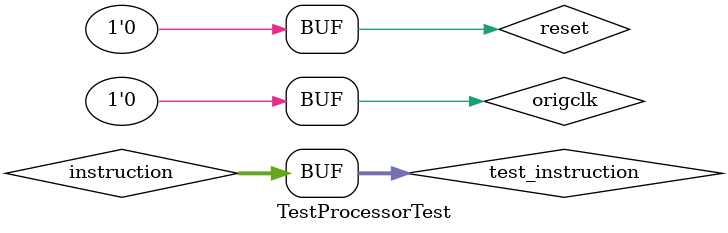
<source format=v>
`timescale 1ns / 1ps

module TestProcessorTest;
	reg origclk;
	reg reset;
	reg [7:0] instruction;
	reg [7:0] test_pc;

	wire [7:0] pc;
	wire [7:0] test_instruction;
	wire [6:0] display_low;
	wire [6:0] display_high;

	MicroprocessorWithTestInst uut (
		.origclk(origclk),
		.reset(reset),
		.instruction(instruction),
		.pc(pc),
		.test_instruction(test_instruction),
		.test_pc(test_pc),
		.display_low(display_low),
		.display_high(display_high)
	);

	initial begin
		origclk = 0;
		reset = 0;
		instruction = 0;
		test_pc = 0;
		#10;
		reset = 1;
		#10;
		reset = 0;
	end

	always begin
		origclk = 1;
		#1;
		origclk = 0;
		#1;
	end

	always @(pc) begin
		test_pc <= pc;
	end

	always @(test_instruction) begin
		instruction <= test_instruction;
	end
endmodule


</source>
